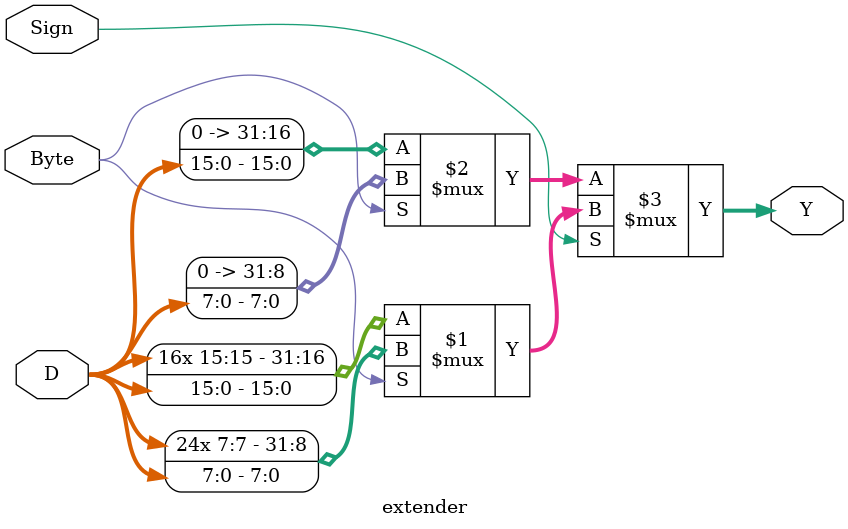
<source format=v>

module extender(
D,
Sign,
Byte,
Y
);

input [15:0] D;
input Sign, Byte;
output [31:0] Y;
wire [15:0] D;
wire Sign, Byte;
wire [31:0] Y;

assign Y = Sign ? (Byte ?{ {24{D[7]}},D[7:0]}:{{16{D[15]}},D[15:0]}):(Byte?{24'b0,D[7:0]}:{16'b0,D[15:0]});

endmodule
</source>
